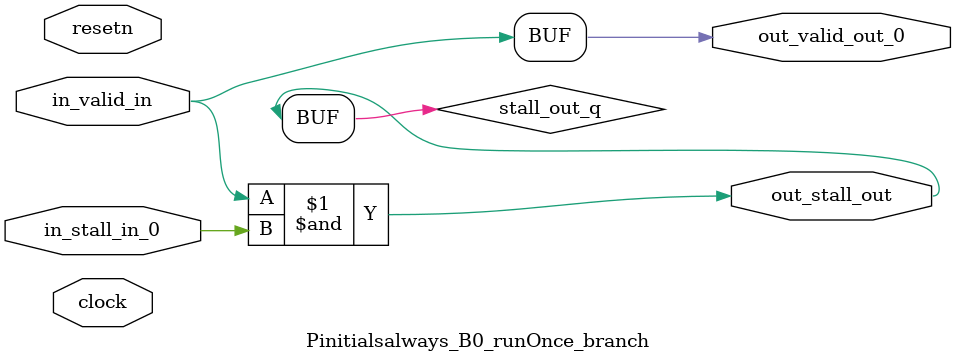
<source format=sv>



(* altera_attribute = "-name AUTO_SHIFT_REGISTER_RECOGNITION OFF; -name MESSAGE_DISABLE 10036; -name MESSAGE_DISABLE 10037; -name MESSAGE_DISABLE 14130; -name MESSAGE_DISABLE 14320; -name MESSAGE_DISABLE 15400; -name MESSAGE_DISABLE 14130; -name MESSAGE_DISABLE 10036; -name MESSAGE_DISABLE 12020; -name MESSAGE_DISABLE 12030; -name MESSAGE_DISABLE 12010; -name MESSAGE_DISABLE 12110; -name MESSAGE_DISABLE 14320; -name MESSAGE_DISABLE 13410; -name MESSAGE_DISABLE 113007; -name MESSAGE_DISABLE 10958" *)
module Pinitialsalways_B0_runOnce_branch (
    input wire [0:0] in_stall_in_0,
    input wire [0:0] in_valid_in,
    output wire [0:0] out_stall_out,
    output wire [0:0] out_valid_out_0,
    input wire clock,
    input wire resetn
    );

    wire [0:0] stall_out_q;


    // stall_out(LOGICAL,6)
    assign stall_out_q = in_valid_in & in_stall_in_0;

    // out_stall_out(GPOUT,4)
    assign out_stall_out = stall_out_q;

    // out_valid_out_0(GPOUT,5)
    assign out_valid_out_0 = in_valid_in;

endmodule

</source>
